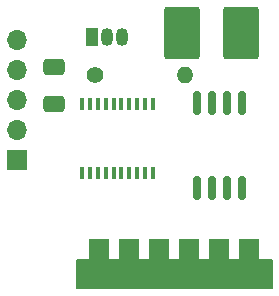
<source format=gbr>
%TF.GenerationSoftware,KiCad,Pcbnew,(6.0.1)*%
%TF.CreationDate,2022-02-07T09:31:49-05:00*%
%TF.ProjectId,hitsmodule,68697473-6d6f-4647-956c-652e6b696361,rev?*%
%TF.SameCoordinates,Original*%
%TF.FileFunction,Soldermask,Top*%
%TF.FilePolarity,Negative*%
%FSLAX46Y46*%
G04 Gerber Fmt 4.6, Leading zero omitted, Abs format (unit mm)*
G04 Created by KiCad (PCBNEW (6.0.1)) date 2022-02-07 09:31:49*
%MOMM*%
%LPD*%
G01*
G04 APERTURE LIST*
G04 Aperture macros list*
%AMRoundRect*
0 Rectangle with rounded corners*
0 $1 Rounding radius*
0 $2 $3 $4 $5 $6 $7 $8 $9 X,Y pos of 4 corners*
0 Add a 4 corners polygon primitive as box body*
4,1,4,$2,$3,$4,$5,$6,$7,$8,$9,$2,$3,0*
0 Add four circle primitives for the rounded corners*
1,1,$1+$1,$2,$3*
1,1,$1+$1,$4,$5*
1,1,$1+$1,$6,$7*
1,1,$1+$1,$8,$9*
0 Add four rect primitives between the rounded corners*
20,1,$1+$1,$2,$3,$4,$5,0*
20,1,$1+$1,$4,$5,$6,$7,0*
20,1,$1+$1,$6,$7,$8,$9,0*
20,1,$1+$1,$8,$9,$2,$3,0*%
G04 Aperture macros list end*
%ADD10C,0.150000*%
%ADD11RoundRect,0.150000X0.150000X-0.850000X0.150000X0.850000X-0.150000X0.850000X-0.150000X-0.850000X0*%
%ADD12R,1.700000X3.390000*%
%ADD13R,0.400000X1.000000*%
%ADD14C,1.400000*%
%ADD15O,1.400000X1.400000*%
%ADD16RoundRect,0.250000X-0.650000X0.412500X-0.650000X-0.412500X0.650000X-0.412500X0.650000X0.412500X0*%
%ADD17R,1.700000X1.700000*%
%ADD18O,1.700000X1.700000*%
%ADD19RoundRect,0.250001X1.262499X1.974999X-1.262499X1.974999X-1.262499X-1.974999X1.262499X-1.974999X0*%
%ADD20R,1.050000X1.500000*%
%ADD21O,1.050000X1.500000*%
G04 APERTURE END LIST*
D10*
X145415000Y-98552000D02*
X161925000Y-98552000D01*
X161925000Y-98552000D02*
X161925000Y-100965000D01*
X161925000Y-100965000D02*
X145415000Y-100965000D01*
X145415000Y-100965000D02*
X145415000Y-98552000D01*
G36*
X145415000Y-98552000D02*
G01*
X161925000Y-98552000D01*
X161925000Y-100965000D01*
X145415000Y-100965000D01*
X145415000Y-98552000D01*
G37*
D11*
%TO.C,U1*%
X155575000Y-92500000D03*
X156845000Y-92500000D03*
X158115000Y-92500000D03*
X159385000Y-92500000D03*
X159385000Y-85300000D03*
X158115000Y-85300000D03*
X156845000Y-85300000D03*
X155575000Y-85300000D03*
%TD*%
D12*
%TO.C,J2*%
X147320000Y-98531500D03*
X149860000Y-98531500D03*
X152400000Y-98531500D03*
X154940000Y-98531500D03*
X157480000Y-98531500D03*
X160020000Y-98531500D03*
%TD*%
D13*
%TO.C,U2*%
X145897200Y-91202000D03*
X146557600Y-91202000D03*
X147218000Y-91202000D03*
X147878400Y-91202000D03*
X148538800Y-91202000D03*
X149199200Y-91202000D03*
X149859600Y-91202000D03*
X150520000Y-91208000D03*
X151180400Y-91202000D03*
X151840800Y-91202000D03*
X151840800Y-85360000D03*
X151180400Y-85360000D03*
X150520000Y-85354000D03*
X149859600Y-85360000D03*
X149199200Y-85360000D03*
X148538800Y-85360000D03*
X147878400Y-85360000D03*
X147218000Y-85360000D03*
X146557600Y-85360000D03*
X145897200Y-85360000D03*
%TD*%
D14*
%TO.C,R1*%
X146939000Y-82931000D03*
D15*
X154559000Y-82931000D03*
%TD*%
D16*
%TO.C,C1*%
X143510000Y-82257500D03*
X143510000Y-85382500D03*
%TD*%
D17*
%TO.C,J1*%
X140335000Y-90165000D03*
D18*
X140335000Y-87625000D03*
X140335000Y-85085000D03*
X140335000Y-82545000D03*
X140335000Y-80005000D03*
%TD*%
D19*
%TO.C,LS1*%
X159357500Y-79375000D03*
X154332500Y-79375000D03*
%TD*%
D20*
%TO.C,Q1*%
X146685000Y-79735000D03*
D21*
X147955000Y-79735000D03*
X149225000Y-79735000D03*
%TD*%
M02*

</source>
